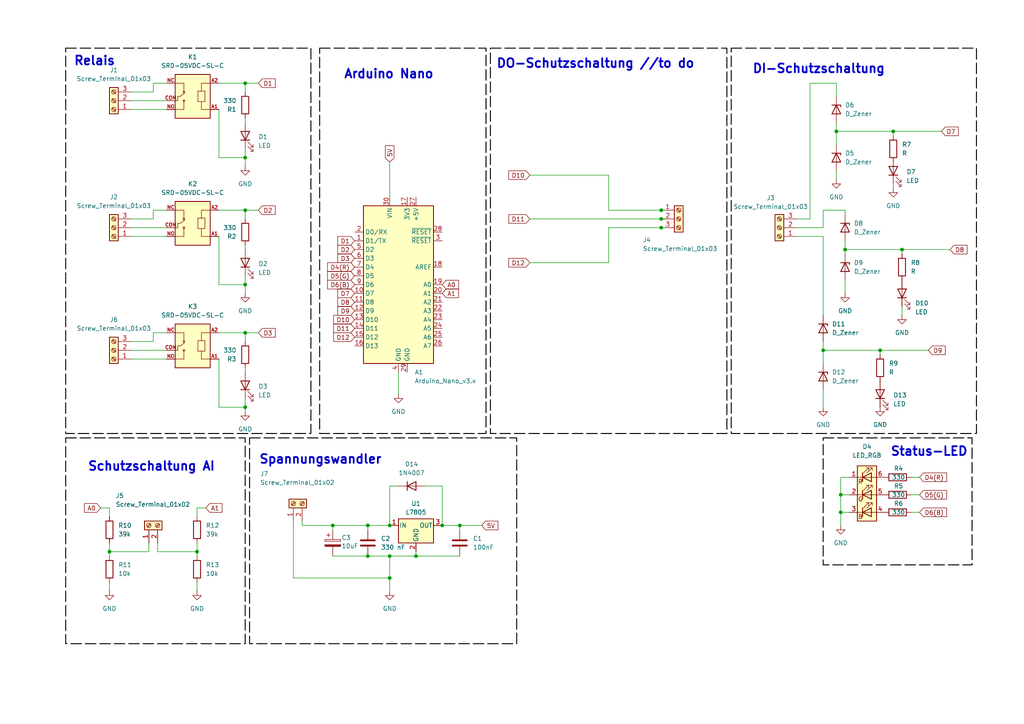
<source format=kicad_sch>
(kicad_sch (version 20250114) (generator "eeschema") (generator_version "9.0")
  (paper "A4")
  (lib_symbols
    (symbol "Connector:Screw_Terminal_01x02" (pin_names (offset 1.016) (hide yes))
      (property "Reference" "J" (at 0 2.54 0))
      (property "Value" "Screw_Terminal_01x02" (at 0 -5.08 0))
      (symbol "Screw_Terminal_01x02_1_1"
        (rectangle (start -1.27 1.27) (end 1.27 -3.81) (stroke (width 0.254)) (fill (type background)))
        (polyline (pts (xy -0.5334 0.3302) (xy 0.3302 -0.508)) (stroke (width 0.1524)))
        (polyline (pts (xy -0.5334 -2.2098) (xy 0.3302 -3.048)) (stroke (width 0.1524)))
        (polyline (pts (xy -0.3556 0.508) (xy 0.508 -0.3302)) (stroke (width 0.1524)))
        (polyline (pts (xy -0.3556 -2.032) (xy 0.508 -2.8702)) (stroke (width 0.1524)))
        (circle (center 0 0) (radius 0.635) (stroke (width 0.1524)))
        (circle (center 0 -2.54) (radius 0.635) (stroke (width 0.1524)))
        (pin passive line (at -5.08 0 0) (length 3.81) (name "Pin_1") (number "1"))
        (pin passive line (at -5.08 -2.54 0) (length 3.81) (name "Pin_2") (number "2"))
      )
    )
    (symbol "Connector:Screw_Terminal_01x03" (pin_names (offset 1.016) (hide yes))
      (property "Reference" "J" (at 0 5.08 0))
      (property "Value" "Screw_Terminal_01x03" (at 0 -5.08 0))
      (symbol "Screw_Terminal_01x03_1_1"
        (rectangle (start -1.27 3.81) (end 1.27 -3.81) (stroke (width 0.254)) (fill (type background)))
        (polyline (pts (xy -0.5334 2.8702) (xy 0.3302 2.032)) (stroke (width 0.1524)))
        (polyline (pts (xy -0.5334 0.3302) (xy 0.3302 -0.508)) (stroke (width 0.1524)))
        (polyline (pts (xy -0.5334 -2.2098) (xy 0.3302 -3.048)) (stroke (width 0.1524)))
        (polyline (pts (xy -0.3556 3.048) (xy 0.508 2.2098)) (stroke (width 0.1524)))
        (polyline (pts (xy -0.3556 0.508) (xy 0.508 -0.3302)) (stroke (width 0.1524)))
        (polyline (pts (xy -0.3556 -2.032) (xy 0.508 -2.8702)) (stroke (width 0.1524)))
        (circle (center 0 2.54) (radius 0.635) (stroke (width 0.1524)))
        (circle (center 0 0) (radius 0.635) (stroke (width 0.1524)))
        (circle (center 0 -2.54) (radius 0.635) (stroke (width 0.1524)))
        (pin passive line (at -5.08 2.54 0) (length 3.81) (name "Pin_1") (number "1"))
        (pin passive line (at -5.08 0 0) (length 3.81) (name "Pin_2") (number "2"))
        (pin passive line (at -5.08 -2.54 0) (length 3.81) (name "Pin_3") (number "3"))
      )
    )
    (symbol "Device:C" (pin_numbers (hide yes)) (pin_names (offset 0.254))
      (property "Reference" "C" (at 0.635 2.54 0))
      (property "Value" "C" (at 0.635 -2.54 0))
      (symbol "C_0_1"
        (polyline (pts (xy -2.032 0.762) (xy 2.032 0.762)) (stroke (width 0.508)))
        (polyline (pts (xy -2.032 -0.762) (xy 2.032 -0.762)) (stroke (width 0.508)))
      )
      (symbol "C_1_1"
        (pin passive line (at 0 3.81 270) (length 2.794) (name "~") (number "1"))
        (pin passive line (at 0 -3.81 90) (length 2.794) (name "~") (number "2"))
      )
    )
    (symbol "Device:C_Polarized" (pin_numbers (hide yes)) (pin_names (offset 0.254))
      (property "Reference" "C" (at 0.635 2.54 0))
      (property "Value" "C_Polarized" (at 0.635 -2.54 0))
      (symbol "C_Polarized_0_1"
        (rectangle (start -2.286 0.508) (end 2.286 1.016))
        (polyline (pts (xy -1.778 2.286) (xy -0.762 2.286)))
        (polyline (pts (xy -1.27 2.794) (xy -1.27 1.778)))
        (rectangle (start 2.286 -0.508) (end -2.286 -1.016) (fill (type outline)))
      )
      (symbol "C_Polarized_1_1"
        (pin passive line (at 0 3.81 270) (length 2.794) (name "~") (number "1"))
        (pin passive line (at 0 -3.81 90) (length 2.794) (name "~") (number "2"))
      )
    )
    (symbol "Device:D" (pin_numbers (hide yes)) (pin_names (offset 1.016) (hide yes))
      (property "Reference" "D" (at 0 2.54 0))
      (property "Value" "D" (at 0 -2.54 0))
      (symbol "D_0_1"
        (polyline (pts (xy -1.27 1.27) (xy -1.27 -1.27)) (stroke (width 0.254)))
        (polyline (pts (xy 1.27 1.27) (xy 1.27 -1.27) (xy -1.27 0) (xy 1.27 1.27)) (stroke (width 0.254)))
        (polyline (pts (xy 1.27 0) (xy -1.27 0)))
      )
      (symbol "D_1_1"
        (pin passive line (at -3.81 0 0) (length 2.54) (name "K") (number "1"))
        (pin passive line (at 3.81 0 180) (length 2.54) (name "A") (number "2"))
      )
    )
    (symbol "Device:D_Zener" (pin_numbers (hide yes)) (pin_names (offset 1.016) (hide yes))
      (property "Reference" "D" (at 0 2.54 0))
      (property "Value" "D_Zener" (at 0 -2.54 0))
      (symbol "D_Zener_0_1"
        (polyline (pts (xy -1.27 -1.27) (xy -1.27 1.27) (xy -0.762 1.27)) (stroke (width 0.254)))
        (polyline (pts (xy 1.27 0) (xy -1.27 0)))
        (polyline (pts (xy 1.27 -1.27) (xy 1.27 1.27) (xy -1.27 0) (xy 1.27 -1.27)) (stroke (width 0.254)))
      )
      (symbol "D_Zener_1_1"
        (pin passive line (at -3.81 0 0) (length 2.54) (name "K") (number "1"))
        (pin passive line (at 3.81 0 180) (length 2.54) (name "A") (number "2"))
      )
    )
    (symbol "Device:LED" (pin_numbers (hide yes)) (pin_names (offset 1.016) (hide yes))
      (property "Reference" "D" (at 0 2.54 0))
      (property "Value" "LED" (at 0 -2.54 0))
      (symbol "LED_0_1"
        (polyline (pts (xy -3.048 -0.762) (xy -4.572 -2.286) (xy -3.81 -2.286) (xy -4.572 -2.286) (xy -4.572 -1.524)))
        (polyline (pts (xy -1.778 -0.762) (xy -3.302 -2.286) (xy -2.54 -2.286) (xy -3.302 -2.286) (xy -3.302 -1.524)))
        (polyline (pts (xy -1.27 0) (xy 1.27 0)))
        (polyline (pts (xy -1.27 -1.27) (xy -1.27 1.27)) (stroke (width 0.254)))
        (polyline (pts (xy 1.27 -1.27) (xy 1.27 1.27) (xy -1.27 0) (xy 1.27 -1.27)) (stroke (width 0.254)))
      )
      (symbol "LED_1_1"
        (pin passive line (at -3.81 0 0) (length 2.54) (name "K") (number "1"))
        (pin passive line (at 3.81 0 180) (length 2.54) (name "A") (number "2"))
      )
    )
    (symbol "Device:LED_RGB" (pin_names (offset 0) (hide yes))
      (property "Reference" "D" (at 0 9.398 0))
      (property "Value" "LED_RGB" (at 0 -8.89 0))
      (symbol "LED_RGB_0_0"
        (text "R" (at -1.905 3.81 0) (effects (font (size 1.27 1.27))))
        (text "G" (at -1.905 -1.27 0) (effects (font (size 1.27 1.27))))
        (text "B" (at -1.905 -6.35 0) (effects (font (size 1.27 1.27))))
      )
      (symbol "LED_RGB_0_1"
        (polyline (pts (xy -1.27 6.35) (xy -1.27 3.81)) (stroke (width 0.254)))
        (polyline (pts (xy -1.27 6.35) (xy -1.27 3.81) (xy -1.27 3.81)))
        (polyline (pts (xy -1.27 5.08) (xy -2.54 5.08)))
        (polyline (pts (xy -1.27 5.08) (xy 1.27 5.08)))
        (polyline (pts (xy -1.27 1.27) (xy -1.27 -1.27)) (stroke (width 0.254)))
        (polyline (pts (xy -1.27 1.27) (xy -1.27 -1.27) (xy -1.27 -1.27)))
        (polyline (pts (xy -1.27 0) (xy -2.54 0)))
        (polyline (pts (xy -1.27 -3.81) (xy -1.27 -6.35)) (stroke (width 0.254)))
        (polyline (pts (xy -1.27 -5.08) (xy -2.54 -5.08)))
        (polyline (pts (xy -1.27 -5.08) (xy 1.27 -5.08)))
        (polyline (pts (xy -1.016 6.35) (xy 0.508 7.874) (xy -0.254 7.874) (xy 0.508 7.874) (xy 0.508 7.112)))
        (polyline (pts (xy -1.016 1.27) (xy 0.508 2.794) (xy -0.254 2.794) (xy 0.508 2.794) (xy 0.508 2.032)))
        (polyline (pts (xy -1.016 -3.81) (xy 0.508 -2.286) (xy -0.254 -2.286) (xy 0.508 -2.286) (xy 0.508 -3.048)))
        (polyline (pts (xy 0 6.35) (xy 1.524 7.874) (xy 0.762 7.874) (xy 1.524 7.874) (xy 1.524 7.112)))
        (polyline (pts (xy 0 1.27) (xy 1.524 2.794) (xy 0.762 2.794) (xy 1.524 2.794) (xy 1.524 2.032)))
        (polyline (pts (xy 0 -3.81) (xy 1.524 -2.286) (xy 0.762 -2.286) (xy 1.524 -2.286) (xy 1.524 -3.048)))
        (polyline (pts (xy 1.27 6.35) (xy 1.27 3.81) (xy -1.27 5.08) (xy 1.27 6.35)) (stroke (width 0.254)))
        (rectangle (start 1.27 6.35) (end 1.27 6.35))
        (polyline (pts (xy 1.27 5.08) (xy 2.54 5.08)))
        (rectangle (start 1.27 3.81) (end 1.27 6.35))
        (polyline (pts (xy 1.27 1.27) (xy 1.27 -1.27) (xy -1.27 0) (xy 1.27 1.27)) (stroke (width 0.254)))
        (rectangle (start 1.27 1.27) (end 1.27 1.27))
        (polyline (pts (xy 1.27 0) (xy -1.27 0)))
        (polyline (pts (xy 1.27 0) (xy 2.54 0)))
        (rectangle (start 1.27 -1.27) (end 1.27 1.27))
        (polyline (pts (xy 1.27 -3.81) (xy 1.27 -6.35) (xy -1.27 -5.08) (xy 1.27 -3.81)) (stroke (width 0.254)))
        (polyline (pts (xy 1.27 -5.08) (xy 2.54 -5.08)))
        (rectangle (start 2.794 8.382) (end -2.794 -7.62) (stroke (width 0.254)) (fill (type background)))
      )
      (symbol "LED_RGB_1_1"
        (pin passive line (at -5.08 5.08 0) (length 2.54) (name "RK") (number "1"))
        (pin passive line (at -5.08 0 0) (length 2.54) (name "GK") (number "2"))
        (pin passive line (at -5.08 -5.08 0) (length 2.54) (name "BK") (number "3"))
        (pin passive line (at 5.08 5.08 180) (length 2.54) (name "RA") (number "6"))
        (pin passive line (at 5.08 0 180) (length 2.54) (name "GA") (number "5"))
        (pin passive line (at 5.08 -5.08 180) (length 2.54) (name "BA") (number "4"))
      )
    )
    (symbol "Device:R" (pin_numbers (hide yes)) (pin_names (offset 0))
      (property "Reference" "R" (at 2.032 0 90))
      (property "Value" "R" (at 0 0 90))
      (symbol "R_0_1"
        (rectangle (start -1.016 -2.54) (end 1.016 2.54) (stroke (width 0.254)))
      )
      (symbol "R_1_1"
        (pin passive line (at 0 3.81 270) (length 1.27) (name "~") (number "1"))
        (pin passive line (at 0 -3.81 90) (length 1.27) (name "~") (number "2"))
      )
    )
    (symbol "MCU_Module:Arduino_Nano_v3.x"
      (property "Reference" "A" (at -10.16 23.495 0))
      (property "Value" "Arduino_Nano_v3.x" (at 5.08 -24.13 0))
      (symbol "Arduino_Nano_v3.x_0_1"
        (rectangle (start -10.16 22.86) (end 10.16 -22.86) (stroke (width 0.254)) (fill (type background)))
      )
      (symbol "Arduino_Nano_v3.x_1_1"
        (pin bidirectional line (at -12.7 15.24 0) (length 2.54) (name "D0/RX") (number "2"))
        (pin bidirectional line (at -12.7 12.7 0) (length 2.54) (name "D1/TX") (number "1"))
        (pin bidirectional line (at -12.7 10.16 0) (length 2.54) (name "D2") (number "5"))
        (pin bidirectional line (at -12.7 7.62 0) (length 2.54) (name "D3") (number "6"))
        (pin bidirectional line (at -12.7 5.08 0) (length 2.54) (name "D4") (number "7"))
        (pin bidirectional line (at -12.7 2.54 0) (length 2.54) (name "D5") (number "8"))
        (pin bidirectional line (at -12.7 0 0) (length 2.54) (name "D6") (number "9"))
        (pin bidirectional line (at -12.7 -2.54 0) (length 2.54) (name "D7") (number "10"))
        (pin bidirectional line (at -12.7 -5.08 0) (length 2.54) (name "D8") (number "11"))
        (pin bidirectional line (at -12.7 -7.62 0) (length 2.54) (name "D9") (number "12"))
        (pin bidirectional line (at -12.7 -10.16 0) (length 2.54) (name "D10") (number "13"))
        (pin bidirectional line (at -12.7 -12.7 0) (length 2.54) (name "D11") (number "14"))
        (pin bidirectional line (at -12.7 -15.24 0) (length 2.54) (name "D12") (number "15"))
        (pin bidirectional line (at -12.7 -17.78 0) (length 2.54) (name "D13") (number "16"))
        (pin power_in line (at -2.54 25.4 270) (length 2.54) (name "VIN") (number "30"))
        (pin power_in line (at 0 -25.4 90) (length 2.54) (name "GND") (number "4"))
        (pin power_out line (at 2.54 25.4 270) (length 2.54) (name "3V3") (number "17"))
        (pin power_in line (at 2.54 -25.4 90) (length 2.54) (name "GND") (number "29"))
        (pin power_out line (at 5.08 25.4 270) (length 2.54) (name "+5V") (number "27"))
        (pin input line (at 12.7 15.24 180) (length 2.54) (name "~{RESET}") (number "28"))
        (pin input line (at 12.7 12.7 180) (length 2.54) (name "~{RESET}") (number "3"))
        (pin input line (at 12.7 5.08 180) (length 2.54) (name "AREF") (number "18"))
        (pin bidirectional line (at 12.7 0 180) (length 2.54) (name "A0") (number "19"))
        (pin bidirectional line (at 12.7 -2.54 180) (length 2.54) (name "A1") (number "20"))
        (pin bidirectional line (at 12.7 -5.08 180) (length 2.54) (name "A2") (number "21"))
        (pin bidirectional line (at 12.7 -7.62 180) (length 2.54) (name "A3") (number "22"))
        (pin bidirectional line (at 12.7 -10.16 180) (length 2.54) (name "A4") (number "23"))
        (pin bidirectional line (at 12.7 -12.7 180) (length 2.54) (name "A5") (number "24"))
        (pin bidirectional line (at 12.7 -15.24 180) (length 2.54) (name "A6") (number "25"))
        (pin bidirectional line (at 12.7 -17.78 180) (length 2.54) (name "A7") (number "26"))
      )
    )
    (symbol "Regulator_Linear:L7805" (pin_names (offset 0.254))
      (property "Reference" "U" (at -3.81 3.175 0))
      (property "Value" "L7805" (at 0 3.175 0))
      (symbol "L7805_0_1"
        (rectangle (start -5.08 1.905) (end 5.08 -5.08) (stroke (width 0.254)) (fill (type background)))
      )
      (symbol "L7805_1_1"
        (pin power_in line (at -7.62 0 0) (length 2.54) (name "IN") (number "1"))
        (pin power_in line (at 0 -7.62 90) (length 2.54) (name "GND") (number "2"))
        (pin power_out line (at 7.62 0 180) (length 2.54) (name "OUT") (number "3"))
      )
    )
    (symbol "custom:SRD-05VDC-SL-C" (pin_names (offset 1.016))
      (property "Reference" "K" (at -5.0809 5.843 0))
      (property "Value" "SRD-05VDC-SL-C" (at -5.0832 -10.1664 0))
      (symbol "SRD-05VDC-SL-C_0_0"
        (polyline (pts (xy -5.08 2.54) (xy -2.54 2.54)) (stroke (width 0.1524)))
        (rectangle (start -5.08 -7.62) (end 5.08 5.08) (stroke (width 0.254)) (fill (type background)))
        (polyline (pts (xy -3.556 0.254) (xy -3.556 -2.794)) (stroke (width 0.1524)))
        (polyline (pts (xy -3.556 -2.794) (xy -2.54 -2.794)) (stroke (width 0.1524)))
        (polyline (pts (xy -2.54 2.54) (xy -2.54 0.254)) (stroke (width 0.1524)))
        (polyline (pts (xy -2.54 0.254) (xy -3.556 0.254)) (stroke (width 0.1524)))
        (polyline (pts (xy -2.54 -2.794) (xy -2.54 -5.08)) (stroke (width 0.1524)))
        (polyline (pts (xy -2.54 -2.794) (xy -1.524 -2.794)) (stroke (width 0.1524)))
        (polyline (pts (xy -2.54 -5.08) (xy -5.08 -5.08)) (stroke (width 0.1524)))
        (polyline (pts (xy -1.524 0.254) (xy -2.54 0.254)) (stroke (width 0.1524)))
        (polyline (pts (xy -1.524 -2.794) (xy -1.524 0.254)) (stroke (width 0.1524)))
        (polyline (pts (xy 2.54 2.54) (xy 2.54 0)) (stroke (width 0.1524)))
        (circle (center 2.54 0) (radius 0.254) (stroke (width 0.1524)))
        (polyline (pts (xy 2.54 -2.54) (xy 2.54 -5.08)) (stroke (width 0.1524)))
        (circle (center 2.54 -2.54) (radius 0.254) (stroke (width 0.1524)))
        (polyline (pts (xy 2.54 -5.08) (xy 5.08 -5.08)) (stroke (width 0.1524)))
        (polyline (pts (xy 3.556 -1.27) (xy 2.286 -2.286)) (stroke (width 0.1524)))
        (polyline (pts (xy 3.556 -1.27) (xy 4.318 -1.27)) (stroke (width 0.1524)))
        (polyline (pts (xy 4.318 0) (xy 5.08 0)) (stroke (width 0.1524)))
        (polyline (pts (xy 4.318 -1.27) (xy 4.318 0)) (stroke (width 0.1524)))
        (polyline (pts (xy 5.08 2.54) (xy 2.54 2.54)) (stroke (width 0.1524)))
        (pin passive line (at -7.62 2.54 0) (length 2.54) (name "~") (number "A1"))
        (pin passive line (at -7.62 -5.08 0) (length 2.54) (name "~") (number "A2"))
        (pin passive line (at 7.62 2.54 180) (length 2.54) (name "~") (number "NO"))
        (pin passive line (at 7.62 0 180) (length 2.54) (name "~") (number "COM"))
        (pin passive line (at 7.62 -5.08 180) (length 2.54) (name "~") (number "NC"))
      )
    )
    (symbol "power:GND" (power) (pin_numbers (hide yes)) (pin_names (offset 0) (hide yes))
      (property "Value" "GND" (at 0 -3.81 0))
      (symbol "GND_0_1"
        (polyline (pts (xy 0 0) (xy 0 -1.27) (xy 1.27 -1.27) (xy 0 -2.54) (xy -1.27 -1.27) (xy 0 -1.27)))
      )
      (symbol "GND_1_1"
        (pin power_in line (at 0 0 270) (length 0) (name "~") (number "1"))
      )
    )
  )
  (rectangle (start 238.76 127) (end 281.94 163.83) (stroke (width 0.2794) (type dash) (color 0 0 0 1)))
  (rectangle (start 212.09 13.97) (end 283.21 125.73) (stroke (width 0.2794) (type dash) (color 0 0 0 1)))
  (rectangle (start 92.71 13.97) (end 140.97 125.73) (stroke (width 0.2794) (type dash) (color 0 0 0 1)))
  (rectangle (start 72.39 127) (end 149.86 186.69) (stroke (width 0.2794) (type dash) (color 0 0 0 1)))
  (rectangle (start 19.05 13.97) (end 90.17 125.73) (stroke (width 0.2794) (type dash) (color 0 0 0 1)))
  (rectangle (start 142.24 13.97) (end 210.82 125.73) (stroke (width 0.2794) (type dash) (color 0 0 0 1)))
  (rectangle (start 19.05 127) (end 71.12 186.69) (stroke (width 0.2794) (type dash) (color 0 0 0 1)))
  (text "Spannungswandler" (at 92.964 133.35 0) (effects (font (size 2.54 2.54) (thickness 0.508) (bold yes))))
  (text "Arduino Nano\n" (at 112.776 21.59 0) (effects (font (size 2.54 2.54) (thickness 0.508) (bold yes))))
  (text "DO-Schutzschaltung //to do\n\n" (at 172.72 20.574 0) (effects (font (size 2.54 2.54) (thickness 0.508) (bold yes))))
  (text "Schutzschaltung AI" (at 43.942 135.382 0) (effects (font (size 2.54 2.54) (thickness 0.508) (bold yes))))
  (text "DI-Schutzschaltung\n" (at 237.49 20.066 0) (effects (font (size 2.54 2.54) (thickness 0.508) (bold yes))))
  (text "Status-LED" (at 269.494 131.064 0) (effects (font (size 2.54 2.54) (thickness 0.508) (bold yes))))
  (text "Relais\n" (at 27.432 17.78 0) (effects (font (size 2.54 2.54) (thickness 0.508) (bold yes))))
  (junction (at 255.27 101.6))
  (junction (at 238.76 101.6))
  (junction (at 31.75 160.02))
  (junction (at 71.12 82.55))
  (junction (at 191.77 63.5))
  (junction (at 106.68 152.4))
  (junction (at 113.03 167.64))
  (junction (at 71.12 60.96))
  (junction (at 106.68 161.29))
  (junction (at 261.62 72.39))
  (junction (at 120.65 161.29))
  (junction (at 71.12 45.72))
  (junction (at 259.08 38.1))
  (junction (at 71.12 24.13))
  (junction (at 113.03 161.29))
  (junction (at 113.03 152.4))
  (junction (at 71.12 118.11))
  (junction (at 243.84 143.51))
  (junction (at 191.77 60.96))
  (junction (at 71.12 96.52))
  (junction (at 245.11 72.39))
  (junction (at 128.27 152.4))
  (junction (at 191.77 66.04))
  (junction (at 96.52 152.4))
  (junction (at 133.35 152.4))
  (junction (at 242.57 38.1))
  (junction (at 57.15 160.02))
  (junction (at 243.84 148.59))
  (wire (pts (xy 245.11 81.28) (xy 245.11 85.09)))
  (wire (pts (xy 38.1 99.06) (xy 44.45 99.06)))
  (wire (pts (xy 242.57 24.13) (xy 242.57 27.94)))
  (wire (pts (xy 261.62 91.44) (xy 261.62 88.9)))
  (wire (pts (xy 191.77 66.04) (xy 176.53 66.04)))
  (wire (pts (xy 238.76 101.6) (xy 238.76 105.41)))
  (wire (pts (xy 31.75 157.48) (xy 31.75 160.02)))
  (wire (pts (xy 87.63 151.13) (xy 87.63 152.4)))
  (wire (pts (xy 57.15 160.02) (xy 57.15 161.29)))
  (wire (pts (xy 273.05 38.1) (xy 259.08 38.1)))
  (wire (pts (xy 85.09 151.13) (xy 85.09 167.64)))
  (wire (pts (xy 48.26 96.52) (xy 44.45 96.52)))
  (wire (pts (xy 48.26 24.13) (xy 44.45 24.13)))
  (wire (pts (xy 63.5 68.58) (xy 63.5 82.55)))
  (wire (pts (xy 128.27 152.4) (xy 128.27 140.97)))
  (wire (pts (xy 106.68 152.4) (xy 113.03 152.4)))
  (wire (pts (xy 113.03 161.29) (xy 120.65 161.29)))
  (wire (pts (xy 31.75 168.91) (xy 31.75 171.45)))
  (wire (pts (xy 29.21 147.32) (xy 31.75 147.32)))
  (wire (pts (xy 71.12 96.52) (xy 71.12 99.06)))
  (wire (pts (xy 48.26 60.96) (xy 44.45 60.96)))
  (wire (pts (xy 176.53 66.04) (xy 176.53 76.2)))
  (wire (pts (xy 57.15 157.48) (xy 57.15 160.02)))
  (wire (pts (xy 38.1 26.67) (xy 44.45 26.67)))
  (wire (pts (xy 63.5 60.96) (xy 71.12 60.96)))
  (wire (pts (xy 44.45 60.96) (xy 44.45 63.5)))
  (wire (pts (xy 44.45 24.13) (xy 44.45 26.67)))
  (wire (pts (xy 59.69 147.32) (xy 57.15 147.32)))
  (wire (pts (xy 44.45 96.52) (xy 44.45 99.06)))
  (wire (pts (xy 234.95 24.13) (xy 242.57 24.13)))
  (wire (pts (xy 259.08 38.1) (xy 259.08 39.37)))
  (wire (pts (xy 38.1 101.6) (xy 48.26 101.6)))
  (wire (pts (xy 242.57 49.53) (xy 242.57 52.07)))
  (wire (pts (xy 245.11 60.96) (xy 245.11 62.23)))
  (wire (pts (xy 243.84 143.51) (xy 243.84 148.59)))
  (wire (pts (xy 63.5 104.14) (xy 63.5 118.11)))
  (wire (pts (xy 238.76 113.03) (xy 238.76 118.11)))
  (wire (pts (xy 245.11 72.39) (xy 245.11 73.66)))
  (wire (pts (xy 113.03 167.64) (xy 113.03 171.45)))
  (wire (pts (xy 243.84 148.59) (xy 243.84 152.4)))
  (wire (pts (xy 43.18 157.48) (xy 43.18 160.02)))
  (wire (pts (xy 71.12 45.72) (xy 71.12 48.26)))
  (wire (pts (xy 71.12 60.96) (xy 74.93 60.96)))
  (wire (pts (xy 191.77 63.5) (xy 193.04 63.5)))
  (wire (pts (xy 259.08 38.1) (xy 242.57 38.1)))
  (wire (pts (xy 106.68 161.29) (xy 113.03 161.29)))
  (wire (pts (xy 238.76 68.58) (xy 238.76 91.44)))
  (wire (pts (xy 120.65 160.02) (xy 120.65 161.29)))
  (wire (pts (xy 71.12 80.01) (xy 71.12 82.55)))
  (wire (pts (xy 31.75 147.32) (xy 31.75 149.86)))
  (wire (pts (xy 246.38 143.51) (xy 243.84 143.51)))
  (wire (pts (xy 133.35 152.4) (xy 128.27 152.4)))
  (wire (pts (xy 87.63 152.4) (xy 96.52 152.4)))
  (wire (pts (xy 38.1 104.14) (xy 48.26 104.14)))
  (wire (pts (xy 259.08 53.34) (xy 259.08 54.61)))
  (wire (pts (xy 242.57 38.1) (xy 242.57 41.91)))
  (wire (pts (xy 45.72 157.48) (xy 45.72 160.02)))
  (wire (pts (xy 106.68 153.67) (xy 106.68 152.4)))
  (wire (pts (xy 113.03 46.99) (xy 113.03 57.15)))
  (wire (pts (xy 193.04 66.04) (xy 191.77 66.04)))
  (wire (pts (xy 38.1 66.04) (xy 48.26 66.04)))
  (wire (pts (xy 231.14 63.5) (xy 234.95 63.5)))
  (wire (pts (xy 96.52 161.29) (xy 106.68 161.29)))
  (wire (pts (xy 71.12 60.96) (xy 71.12 63.5)))
  (wire (pts (xy 63.5 96.52) (xy 71.12 96.52)))
  (wire (pts (xy 71.12 24.13) (xy 71.12 26.67)))
  (wire (pts (xy 85.09 167.64) (xy 113.03 167.64)))
  (wire (pts (xy 38.1 63.5) (xy 44.45 63.5)))
  (wire (pts (xy 238.76 60.96) (xy 245.11 60.96)))
  (wire (pts (xy 259.08 45.72) (xy 259.08 46.99)))
  (wire (pts (xy 261.62 72.39) (xy 261.62 73.66)))
  (wire (pts (xy 31.75 160.02) (xy 31.75 161.29)))
  (wire (pts (xy 269.24 101.6) (xy 255.27 101.6)))
  (wire (pts (xy 266.7 138.43) (xy 264.16 138.43)))
  (wire (pts (xy 231.14 66.04) (xy 238.76 66.04)))
  (wire (pts (xy 266.7 143.51) (xy 264.16 143.51)))
  (wire (pts (xy 71.12 71.12) (xy 71.12 72.39)))
  (wire (pts (xy 38.1 29.21) (xy 48.26 29.21)))
  (wire (pts (xy 261.62 72.39) (xy 275.59 72.39)))
  (wire (pts (xy 238.76 101.6) (xy 238.76 99.06)))
  (wire (pts (xy 255.27 101.6) (xy 238.76 101.6)))
  (wire (pts (xy 63.5 118.11) (xy 71.12 118.11)))
  (wire (pts (xy 57.15 168.91) (xy 57.15 171.45)))
  (wire (pts (xy 71.12 118.11) (xy 71.12 119.38)))
  (wire (pts (xy 71.12 82.55) (xy 71.12 85.09)))
  (wire (pts (xy 176.53 50.8) (xy 176.53 60.96)))
  (wire (pts (xy 246.38 138.43) (xy 243.84 138.43)))
  (wire (pts (xy 234.95 63.5) (xy 234.95 24.13)))
  (wire (pts (xy 71.12 34.29) (xy 71.12 35.56)))
  (wire (pts (xy 115.57 140.97) (xy 113.03 140.97)))
  (wire (pts (xy 245.11 72.39) (xy 245.11 69.85)))
  (wire (pts (xy 63.5 24.13) (xy 71.12 24.13)))
  (wire (pts (xy 242.57 38.1) (xy 242.57 35.56)))
  (wire (pts (xy 63.5 82.55) (xy 71.12 82.55)))
  (wire (pts (xy 238.76 66.04) (xy 238.76 60.96)))
  (wire (pts (xy 43.18 160.02) (xy 31.75 160.02)))
  (wire (pts (xy 176.53 76.2) (xy 153.67 76.2)))
  (wire (pts (xy 246.38 148.59) (xy 243.84 148.59)))
  (wire (pts (xy 255.27 101.6) (xy 255.27 102.87)))
  (wire (pts (xy 176.53 60.96) (xy 191.77 60.96)))
  (wire (pts (xy 96.52 153.67) (xy 96.52 152.4)))
  (wire (pts (xy 231.14 68.58) (xy 238.76 68.58)))
  (wire (pts (xy 115.57 107.95) (xy 115.57 114.3)))
  (wire (pts (xy 243.84 138.43) (xy 243.84 143.51)))
  (wire (pts (xy 71.12 115.57) (xy 71.12 118.11)))
  (wire (pts (xy 128.27 140.97) (xy 123.19 140.97)))
  (wire (pts (xy 133.35 153.67) (xy 133.35 152.4)))
  (wire (pts (xy 45.72 160.02) (xy 57.15 160.02)))
  (wire (pts (xy 120.65 161.29) (xy 133.35 161.29)))
  (wire (pts (xy 245.11 72.39) (xy 261.62 72.39)))
  (wire (pts (xy 57.15 147.32) (xy 57.15 149.86)))
  (wire (pts (xy 113.03 161.29) (xy 113.03 167.64)))
  (wire (pts (xy 264.16 148.59) (xy 266.7 148.59)))
  (wire (pts (xy 38.1 31.75) (xy 48.26 31.75)))
  (wire (pts (xy 113.03 140.97) (xy 113.03 152.4)))
  (wire (pts (xy 96.52 152.4) (xy 106.68 152.4)))
  (wire (pts (xy 38.1 68.58) (xy 48.26 68.58)))
  (wire (pts (xy 71.12 96.52) (xy 74.93 96.52)))
  (wire (pts (xy 63.5 45.72) (xy 71.12 45.72)))
  (wire (pts (xy 153.67 50.8) (xy 176.53 50.8)))
  (wire (pts (xy 71.12 43.18) (xy 71.12 45.72)))
  (wire (pts (xy 63.5 31.75) (xy 63.5 45.72)))
  (wire (pts (xy 153.67 63.5) (xy 191.77 63.5)))
  (wire (pts (xy 133.35 152.4) (xy 139.7 152.4)))
  (wire (pts (xy 71.12 106.68) (xy 71.12 107.95)))
  (wire (pts (xy 191.77 60.96) (xy 193.04 60.96)))
  (wire (pts (xy 71.12 24.13) (xy 74.93 24.13)))
  (global_label "D5(G)" (shape input) (at 102.87 80.01 180) (property "Intersheetrefs" "${INTERSHEET_REFS}" (effects (hide yes))))
  (global_label "D3" (shape input) (at 74.93 96.52 0) (property "Intersheetrefs" "${INTERSHEET_REFS}" (effects (hide yes))))
  (global_label "D7" (shape input) (at 102.87 85.09 180) (property "Intersheetrefs" "${INTERSHEET_REFS}" (effects (hide yes))))
  (global_label "D8" (shape input) (at 275.59 72.39 0) (property "Intersheetrefs" "${INTERSHEET_REFS}" (effects (hide yes))))
  (global_label "D7" (shape input) (at 273.05 38.1 0) (property "Intersheetrefs" "${INTERSHEET_REFS}" (effects (hide yes))))
  (global_label "D4(R)" (shape input) (at 266.7 138.43 0) (property "Intersheetrefs" "${INTERSHEET_REFS}" (effects (hide yes))))
  (global_label "D11" (shape input) (at 153.67 63.5 180) (property "Intersheetrefs" "${INTERSHEET_REFS}" (effects (hide yes))))
  (global_label "D8" (shape input) (at 102.87 87.63 180) (property "Intersheetrefs" "${INTERSHEET_REFS}" (effects (hide yes))))
  (global_label "D11" (shape input) (at 102.87 95.25 180) (property "Intersheetrefs" "${INTERSHEET_REFS}" (effects (hide yes))))
  (global_label "A1" (shape input) (at 59.69 147.32 0) (property "Intersheetrefs" "${INTERSHEET_REFS}" (effects (hide yes))))
  (global_label "D10" (shape input) (at 153.67 50.8 180) (property "Intersheetrefs" "${INTERSHEET_REFS}" (effects (hide yes))))
  (global_label "5V" (shape input) (at 139.7 152.4 0) (property "Intersheetrefs" "${INTERSHEET_REFS}" (effects (hide yes))))
  (global_label "D5(G)" (shape input) (at 266.7 143.51 0) (property "Intersheetrefs" "${INTERSHEET_REFS}" (effects (hide yes))))
  (global_label "D1" (shape input) (at 74.93 24.13 0) (property "Intersheetrefs" "${INTERSHEET_REFS}" (effects (hide yes))))
  (global_label "A1" (shape input) (at 128.27 85.09 0) (property "Intersheetrefs" "${INTERSHEET_REFS}" (effects (hide yes))))
  (global_label "D2" (shape input) (at 102.87 72.39 180) (property "Intersheetrefs" "${INTERSHEET_REFS}" (effects (hide yes))))
  (global_label "D10" (shape input) (at 102.87 92.71 180) (property "Intersheetrefs" "${INTERSHEET_REFS}" (effects (hide yes))))
  (global_label "D6(B)" (shape input) (at 102.87 82.55 180) (property "Intersheetrefs" "${INTERSHEET_REFS}" (effects (hide yes))))
  (global_label "D1" (shape input) (at 102.87 69.85 180) (property "Intersheetrefs" "${INTERSHEET_REFS}" (effects (hide yes))))
  (global_label "D2" (shape input) (at 74.93 60.96 0) (property "Intersheetrefs" "${INTERSHEET_REFS}" (effects (hide yes))))
  (global_label "A0" (shape input) (at 128.27 82.55 0) (property "Intersheetrefs" "${INTERSHEET_REFS}" (effects (hide yes))))
  (global_label "A0" (shape input) (at 29.21 147.32 180) (property "Intersheetrefs" "${INTERSHEET_REFS}" (effects (hide yes))))
  (global_label "5V" (shape input) (at 113.03 46.99 90) (property "Intersheetrefs" "${INTERSHEET_REFS}" (effects (hide yes))))
  (global_label "D9" (shape input) (at 269.24 101.6 0) (property "Intersheetrefs" "${INTERSHEET_REFS}" (effects (hide yes))))
  (global_label "D12" (shape input) (at 102.87 97.79 180) (property "Intersheetrefs" "${INTERSHEET_REFS}" (effects (hide yes))))
  (global_label "D3" (shape input) (at 102.87 74.93 180) (property "Intersheetrefs" "${INTERSHEET_REFS}" (effects (hide yes))))
  (global_label "D4(R)" (shape input) (at 102.87 77.47 180) (property "Intersheetrefs" "${INTERSHEET_REFS}" (effects (hide yes))))
  (global_label "D6(B)" (shape input) (at 266.7 148.59 0) (property "Intersheetrefs" "${INTERSHEET_REFS}" (effects (hide yes))))
  (global_label "D9" (shape input) (at 102.87 90.17 180) (property "Intersheetrefs" "${INTERSHEET_REFS}" (effects (hide yes))))
  (global_label "D12" (shape input) (at 153.67 76.2 180) (property "Intersheetrefs" "${INTERSHEET_REFS}" (effects (hide yes))))
  (symbol (lib_id "Device:LED_RGB") (at 251.46 143.51 0) (unit 1)
    (property "Reference" "D4" (at 251.46 129.54 0))
    (property "Value" "LED_RGB" (at 251.46 132.08 0))
    (property "Footprint" "LED_THT:LED_D5.0mm-4_RGB_Wide_Pins" (effects (hide yes)))
    (property "Description" "RGB LED, 6 pin package" (effects (hide yes)))
  )
  (symbol (lib_id "Device:R") (at 31.75 165.1 0) (unit 1)
    (property "Reference" "R11" (at 34.29 163.8299 0) (effects (justify left)))
    (property "Value" "10k" (at 34.29 166.3699 0) (effects (justify left)))
    (property "Footprint" "Resistor_THT:R_Axial_DIN0207_L6.3mm_D2.5mm_P10.16mm_Horizontal" (effects (hide yes)))
    (property "Description" "Resistor" (effects (hide yes)))
  )
  (symbol (lib_id "power:GND") (at 71.12 85.09 0) (unit 1)
    (property "Reference" "#PWR02" (effects (hide yes)))
    (property "Value" "GND" (at 71.12 90.17 0))
    (property "Description" "Power symbol creates a global label with name \"GND\" , ground" (effects (hide yes)))
  )
  (symbol (lib_id "Regulator_Linear:L7805") (at 120.65 152.4 0) (unit 1)
    (property "Reference" "U1" (at 120.65 146.05 0))
    (property "Value" "L7805" (at 120.65 148.59 0))
    (property "Footprint" "Package_TO_SOT_THT:TO-220-3_Vertical" (effects (hide yes)))
    (property "Datasheet" "http://www.st.com/content/ccc/resource/technical/document/datasheet/41/4f/b3/b0/12/d4/47/88/CD00000444.pdf/files/CD00000444.pdf/jcr:content/translations/en.CD00000444.pdf" (effects (hide yes)))
    (property "Description" "Positive 1.5A 35V Linear Regulator, Fixed Output 5V, TO-220/TO-263/TO-252" (effects (hide yes)))
  )
  (symbol (lib_id "Connector:Screw_Terminal_01x02") (at 43.18 152.4 90) (unit 1)
    (property "Reference" "J5" (at 33.528 143.764 90) (effects (justify right)))
    (property "Value" "Screw_Terminal_01x02" (at 33.528 146.304 90) (effects (justify right)))
    (property "Footprint" "TerminalBlock:TerminalBlock_bornier-2_P5.08mm" (effects (hide yes)))
    (property "Description" "Generic screw terminal, single row, 01x02, script generated (kicad-library-utils/schlib/autogen/connector/)" (effects (hide yes)))
  )
  (symbol (lib_id "power:GND") (at 238.76 118.11 0) (unit 1)
    (property "Reference" "#PWR011" (effects (hide yes)))
    (property "Value" "GND" (at 238.76 123.19 0))
    (property "Description" "Power symbol creates a global label with name \"GND\" , ground" (effects (hide yes)))
  )
  (symbol (lib_id "Device:R") (at 260.35 138.43 270) (unit 1)
    (property "Reference" "R4" (at 260.604 135.89 90))
    (property "Value" "330" (at 260.604 138.43 90))
    (property "Footprint" "Resistor_THT:R_Axial_DIN0207_L6.3mm_D2.5mm_P10.16mm_Horizontal" (effects (hide yes)))
    (property "Description" "Resistor" (effects (hide yes)))
  )
  (symbol (lib_id "Device:D_Zener") (at 238.76 109.22 270) (unit 1)
    (property "Reference" "D12" (at 241.3 107.9499 90) (effects (justify left)))
    (property "Value" "D_Zener" (at 241.3 110.4899 90) (effects (justify left)))
    (property "Footprint" "Diode_THT:D_DO-15_P15.24mm_Horizontal" (effects (hide yes)))
    (property "Description" "Zener diode" (effects (hide yes)))
  )
  (symbol (lib_id "Device:D_Zener") (at 238.76 95.25 270) (unit 1)
    (property "Reference" "D11" (at 241.3 93.9799 90) (effects (justify left)))
    (property "Value" "D_Zener" (at 241.3 96.5199 90) (effects (justify left)))
    (property "Footprint" "Diode_THT:D_DO-15_P15.24mm_Horizontal" (effects (hide yes)))
    (property "Description" "Zener diode" (effects (hide yes)))
  )
  (symbol (lib_id "Device:LED") (at 261.62 85.09 90) (unit 1)
    (property "Reference" "D10" (at 265.43 87.9474 90) (effects (justify right)))
    (property "Value" "LED" (at 265.43 90.4874 90) (effects (justify right)))
    (property "Footprint" "LED_THT:LED_D5.0mm" (effects (hide yes)))
    (property "Description" "Light emitting diode" (effects (hide yes)))
    (property "Sim.Pins" "1=K 2=A" (effects (hide yes)))
  )
  (symbol (lib_id "power:GND") (at 259.08 54.61 0) (unit 1)
    (property "Reference" "#PWR08" (effects (hide yes)))
    (property "Value" "GND" (at 259.08 59.69 0))
    (property "Description" "Power symbol creates a global label with name \"GND\" , ground" (effects (hide yes)))
  )
  (symbol (lib_id "Device:R") (at 259.08 43.18 0) (unit 1)
    (property "Reference" "R7" (at 261.62 41.9099 0) (effects (justify left)))
    (property "Value" "R" (at 261.62 44.4499 0) (effects (justify left)))
    (property "Footprint" "Resistor_THT:R_Axial_DIN0207_L6.3mm_D2.5mm_P10.16mm_Horizontal" (effects (hide yes)))
    (property "Description" "Resistor" (effects (hide yes)))
  )
  (symbol (lib_id "power:GND") (at 71.12 119.38 0) (unit 1)
    (property "Reference" "#PWR03" (effects (hide yes)))
    (property "Value" "GND" (at 71.12 124.46 0))
    (property "Description" "Power symbol creates a global label with name \"GND\" , ground" (effects (hide yes)))
  )
  (symbol (lib_id "Device:D_Zener") (at 242.57 31.75 270) (unit 1)
    (property "Reference" "D6" (at 245.11 30.4799 90) (effects (justify left)))
    (property "Value" "D_Zener" (at 245.11 33.0199 90) (effects (justify left)))
    (property "Footprint" "Diode_THT:D_DO-15_P15.24mm_Horizontal" (effects (hide yes)))
    (property "Description" "Zener diode" (effects (hide yes)))
  )
  (symbol (lib_id "power:GND") (at 115.57 114.3 0) (unit 1)
    (property "Reference" "#PWR06" (effects (hide yes)))
    (property "Value" "GND" (at 115.57 119.38 0))
    (property "Description" "Power symbol creates a global label with name \"GND\" , ground" (effects (hide yes)))
  )
  (symbol (lib_id "Connector:Screw_Terminal_01x03") (at 33.02 29.21 180) (unit 1)
    (property "Reference" "J1" (at 33.02 20.32 0))
    (property "Value" "Screw_Terminal_01x03" (at 33.02 22.86 0))
    (property "Footprint" "TerminalBlock:TerminalBlock_bornier-3_P5.08mm" (effects (hide yes)))
    (property "Description" "Generic screw terminal, single row, 01x03, script generated (kicad-library-utils/schlib/autogen/connector/)" (effects (hide yes)))
  )
  (symbol (lib_id "Device:D_Zener") (at 245.11 66.04 270) (unit 1)
    (property "Reference" "D8" (at 247.65 64.7699 90) (effects (justify left)))
    (property "Value" "D_Zener" (at 247.65 67.3099 90) (effects (justify left)))
    (property "Footprint" "Diode_THT:D_DO-15_P15.24mm_Horizontal" (effects (hide yes)))
    (property "Description" "Zener diode" (effects (hide yes)))
  )
  (symbol (lib_id "Device:C_Polarized") (at 96.52 157.48 0) (unit 1)
    (property "Reference" "C3" (at 99.06 155.956 0) (effects (justify left)))
    (property "Value" "10uF" (at 99.06 158.3689 0) (effects (justify left)))
    (property "Footprint" "Capacitor_THT:CP_Radial_D13.0mm_P5.00mm" (effects (hide yes)))
    (property "Description" "Polarized capacitor" (effects (hide yes)))
  )
  (symbol (lib_id "Device:LED") (at 259.08 49.53 90) (unit 1)
    (property "Reference" "D7" (at 262.89 49.8474 90) (effects (justify right)))
    (property "Value" "LED" (at 262.89 52.3874 90) (effects (justify right)))
    (property "Footprint" "LED_THT:LED_D5.0mm" (effects (hide yes)))
    (property "Description" "Light emitting diode" (effects (hide yes)))
    (property "Sim.Pins" "1=K 2=A" (effects (hide yes)))
  )
  (symbol (lib_id "Device:R") (at 57.15 153.67 0) (unit 1)
    (property "Reference" "R12" (at 59.69 152.3999 0) (effects (justify left)))
    (property "Value" "39k" (at 59.69 154.9399 0) (effects (justify left)))
    (property "Footprint" "Resistor_THT:R_Axial_DIN0207_L6.3mm_D2.5mm_P10.16mm_Horizontal" (effects (hide yes)))
    (property "Description" "Resistor" (effects (hide yes)))
  )
  (symbol (lib_id "Device:R") (at 255.27 106.68 0) (unit 1)
    (property "Reference" "R9" (at 257.81 105.4099 0) (effects (justify left)))
    (property "Value" "R" (at 257.81 107.9499 0) (effects (justify left)))
    (property "Footprint" "Resistor_THT:R_Axial_DIN0207_L6.3mm_D2.5mm_P10.16mm_Horizontal" (effects (hide yes)))
    (property "Description" "Resistor" (effects (hide yes)))
  )
  (symbol (lib_id "Connector:Screw_Terminal_01x03") (at 33.02 101.6 180) (unit 1)
    (property "Reference" "J6" (at 33.02 92.71 0))
    (property "Value" "Screw_Terminal_01x03" (at 33.02 95.25 0))
    (property "Footprint" "TerminalBlock:TerminalBlock_bornier-3_P5.08mm" (effects (hide yes)))
    (property "Description" "Generic screw terminal, single row, 01x03, script generated (kicad-library-utils/schlib/autogen/connector/)" (effects (hide yes)))
  )
  (symbol (lib_id "power:GND") (at 31.75 171.45 0) (unit 1)
    (property "Reference" "#PWR013" (effects (hide yes)))
    (property "Value" "GND" (at 31.75 176.53 0))
    (property "Description" "Power symbol creates a global label with name \"GND\" , ground" (effects (hide yes)))
  )
  (symbol (lib_id "Device:R") (at 71.12 30.48 180) (unit 1)
    (property "Reference" "R1" (at 68.58 31.7501 0) (effects (justify left)))
    (property "Value" "330" (at 68.58 29.2101 0) (effects (justify left)))
    (property "Footprint" "Resistor_THT:R_Axial_DIN0207_L6.3mm_D2.5mm_P10.16mm_Horizontal" (effects (hide yes)))
    (property "Description" "Resistor" (effects (hide yes)))
  )
  (symbol (lib_id "Device:LED") (at 71.12 76.2 90) (unit 1)
    (property "Reference" "D2" (at 74.93 76.5174 90) (effects (justify right)))
    (property "Value" "LED" (at 74.93 79.0574 90) (effects (justify right)))
    (property "Footprint" "LED_THT:LED_D5.0mm" (effects (hide yes)))
    (property "Description" "Light emitting diode" (effects (hide yes)))
    (property "Sim.Pins" "1=K 2=A" (effects (hide yes)))
  )
  (symbol (lib_id "Connector:Screw_Terminal_01x03") (at 226.06 66.04 180) (unit 1)
    (property "Reference" "J3" (at 223.52 57.404 0))
    (property "Value" "Screw_Terminal_01x03" (at 223.52 59.944 0))
    (property "Footprint" "TerminalBlock:TerminalBlock_bornier-3_P5.08mm" (effects (hide yes)))
    (property "Description" "Generic screw terminal, single row, 01x03, script generated (kicad-library-utils/schlib/autogen/connector/)" (effects (hide yes)))
  )
  (symbol (lib_id "custom:SRD-05VDC-SL-C") (at 55.88 101.6 180) (unit 1)
    (property "Reference" "K3" (at 55.88 88.9 0))
    (property "Value" "SRD-05VDC-SL-C" (at 55.88 91.44 0))
    (property "Footprint" "custom:RELAY_SRD-05VDC-SL-C" (effects (hide yes)))
    (property "MF" "Songle Relay" (effects (hide yes)))
    (property "Description_1" "5V Trigger Relay Module For Arduino And Raspberry Pi 5V Trigger Relay Module For Arduino And Raspberry Pi" (effects (hide yes)))
    (property "Package" "NON STANDARD-5 Songle Relay" (effects (hide yes)))
    (property "Price" "None" (effects (hide yes)))
    (property "Check_prices" "https://www.snapeda.com/parts/SRD-05VDC-SL-C/Songle+Relay/view-part/?ref=eda" (effects (hide yes)))
    (property "STANDARD" "IPC-7251" (effects (hide yes)))
    (property "SnapEDA_Link" "https://www.snapeda.com/parts/SRD-05VDC-SL-C/Songle+Relay/view-part/?ref=snap" (effects (hide yes)))
    (property "MP" "SRD-05VDC-SL-C" (effects (hide yes)))
    (property "Availability" "In Stock" (effects (hide yes)))
    (property "MANUFACTURER" "SONGLE RELAY" (effects (hide yes)))
  )
  (symbol (lib_id "power:GND") (at 243.84 152.4 0) (unit 1)
    (property "Reference" "#PWR04" (effects (hide yes)))
    (property "Value" "GND" (at 243.84 157.48 0))
    (property "Description" "Power symbol creates a global label with name \"GND\" , ground" (effects (hide yes)))
  )
  (symbol (lib_id "Device:LED") (at 71.12 111.76 90) (unit 1)
    (property "Reference" "D3" (at 74.93 112.0774 90) (effects (justify right)))
    (property "Value" "LED" (at 74.93 114.6174 90) (effects (justify right)))
    (property "Footprint" "LED_THT:LED_D5.0mm" (effects (hide yes)))
    (property "Description" "Light emitting diode" (effects (hide yes)))
    (property "Sim.Pins" "1=K 2=A" (effects (hide yes)))
  )
  (symbol (lib_id "Device:LED") (at 71.12 39.37 90) (unit 1)
    (property "Reference" "D1" (at 74.93 39.6874 90) (effects (justify right)))
    (property "Value" "LED" (at 74.93 42.2274 90) (effects (justify right)))
    (property "Footprint" "LED_THT:LED_D5.0mm" (effects (hide yes)))
    (property "Description" "Light emitting diode" (effects (hide yes)))
    (property "Sim.Pins" "1=K 2=A" (effects (hide yes)))
  )
  (symbol (lib_id "Device:R") (at 31.75 153.67 0) (unit 1)
    (property "Reference" "R10" (at 34.29 152.3999 0) (effects (justify left)))
    (property "Value" "39k" (at 34.29 154.9399 0) (effects (justify left)))
    (property "Footprint" "Resistor_THT:R_Axial_DIN0207_L6.3mm_D2.5mm_P10.16mm_Horizontal" (effects (hide yes)))
    (property "Description" "Resistor" (effects (hide yes)))
  )
  (symbol (lib_id "power:GND") (at 242.57 52.07 0) (unit 1)
    (property "Reference" "#PWR07" (effects (hide yes)))
    (property "Value" "GND" (at 242.57 57.15 0))
    (property "Description" "Power symbol creates a global label with name \"GND\" , ground" (effects (hide yes)))
  )
  (symbol (lib_id "Device:R") (at 260.35 148.59 270) (unit 1)
    (property "Reference" "R6" (at 260.604 146.05 90))
    (property "Value" "330" (at 260.604 148.59 90))
    (property "Footprint" "Resistor_THT:R_Axial_DIN0207_L6.3mm_D2.5mm_P10.16mm_Horizontal" (effects (hide yes)))
    (property "Description" "Resistor" (effects (hide yes)))
  )
  (symbol (lib_id "custom:SRD-05VDC-SL-C") (at 55.88 66.04 180) (unit 1)
    (property "Reference" "K2" (at 55.88 53.34 0))
    (property "Value" "SRD-05VDC-SL-C" (at 55.88 55.88 0))
    (property "Footprint" "custom:RELAY_SRD-05VDC-SL-C" (effects (hide yes)))
    (property "MF" "Songle Relay" (effects (hide yes)))
    (property "Description_1" "5V Trigger Relay Module For Arduino And Raspberry Pi 5V Trigger Relay Module For Arduino And Raspberry Pi" (effects (hide yes)))
    (property "Package" "NON STANDARD-5 Songle Relay" (effects (hide yes)))
    (property "Price" "None" (effects (hide yes)))
    (property "Check_prices" "https://www.snapeda.com/parts/SRD-05VDC-SL-C/Songle+Relay/view-part/?ref=eda" (effects (hide yes)))
    (property "STANDARD" "IPC-7251" (effects (hide yes)))
    (property "SnapEDA_Link" "https://www.snapeda.com/parts/SRD-05VDC-SL-C/Songle+Relay/view-part/?ref=snap" (effects (hide yes)))
    (property "MP" "SRD-05VDC-SL-C" (effects (hide yes)))
    (property "Availability" "In Stock" (effects (hide yes)))
    (property "MANUFACTURER" "SONGLE RELAY" (effects (hide yes)))
  )
  (symbol (lib_id "Device:R") (at 260.35 143.51 270) (unit 1)
    (property "Reference" "R5" (at 260.604 140.97 90))
    (property "Value" "330" (at 260.604 143.51 90))
    (property "Footprint" "Resistor_THT:R_Axial_DIN0207_L6.3mm_D2.5mm_P10.16mm_Horizontal" (effects (hide yes)))
    (property "Description" "Resistor" (effects (hide yes)))
  )
  (symbol (lib_id "power:GND") (at 255.27 118.11 0) (unit 1)
    (property "Reference" "#PWR012" (effects (hide yes)))
    (property "Value" "GND" (at 255.27 123.19 0))
    (property "Description" "Power symbol creates a global label with name \"GND\" , ground" (effects (hide yes)))
  )
  (symbol (lib_id "MCU_Module:Arduino_Nano_v3.x") (at 115.57 82.55 0) (unit 1)
    (property "Reference" "A1" (at 120.2533 107.95 0) (effects (justify left)))
    (property "Value" "Arduino_Nano_v3.x" (at 120.2533 110.49 0) (effects (justify left)))
    (property "Footprint" "Module:Arduino_Nano" (effects (hide yes)))
    (property "Datasheet" "http://www.mouser.com/pdfdocs/Gravitech_Arduino_Nano3_0.pdf" (effects (hide yes)))
    (property "Description" "Arduino Nano v3.x" (effects (hide yes)))
  )
  (symbol (lib_id "Device:D_Zener") (at 245.11 77.47 270) (unit 1)
    (property "Reference" "D9" (at 247.65 76.1999 90) (effects (justify left)))
    (property "Value" "D_Zener" (at 247.65 78.7399 90) (effects (justify left)))
    (property "Footprint" "Diode_THT:D_DO-15_P15.24mm_Horizontal" (effects (hide yes)))
    (property "Description" "Zener diode" (effects (hide yes)))
  )
  (symbol (lib_id "Device:R") (at 71.12 67.31 180) (unit 1)
    (property "Reference" "R2" (at 68.58 68.5801 0) (effects (justify left)))
    (property "Value" "330" (at 68.58 66.0401 0) (effects (justify left)))
    (property "Footprint" "Resistor_THT:R_Axial_DIN0207_L6.3mm_D2.5mm_P10.16mm_Horizontal" (effects (hide yes)))
    (property "Description" "Resistor" (effects (hide yes)))
  )
  (symbol (lib_id "Device:R") (at 261.62 77.47 0) (unit 1)
    (property "Reference" "R8" (at 264.16 76.1999 0) (effects (justify left)))
    (property "Value" "R" (at 264.16 78.7399 0) (effects (justify left)))
    (property "Footprint" "Resistor_THT:R_Axial_DIN0207_L6.3mm_D2.5mm_P10.16mm_Horizontal" (effects (hide yes)))
    (property "Description" "Resistor" (effects (hide yes)))
  )
  (symbol (lib_id "Device:C") (at 106.68 157.48 0) (unit 1)
    (property "Reference" "C2" (at 110.49 156.2099 0) (effects (justify left)))
    (property "Value" "330 nF" (at 110.49 158.7499 0) (effects (justify left)))
    (property "Footprint" "Capacitor_THT:C_Disc_D7.0mm_W2.5mm_P5.00mm" (effects (hide yes)))
    (property "Description" "Unpolarized capacitor" (effects (hide yes)))
  )
  (symbol (lib_id "custom:SRD-05VDC-SL-C") (at 55.88 29.21 180) (unit 1)
    (property "Reference" "K1" (at 55.88 16.51 0))
    (property "Value" "SRD-05VDC-SL-C" (at 55.88 19.05 0))
    (property "Footprint" "custom:RELAY_SRD-05VDC-SL-C" (effects (hide yes)))
    (property "MF" "Songle Relay" (effects (hide yes)))
    (property "Description_1" "5V Trigger Relay Module For Arduino And Raspberry Pi 5V Trigger Relay Module For Arduino And Raspberry Pi" (effects (hide yes)))
    (property "Package" "NON STANDARD-5 Songle Relay" (effects (hide yes)))
    (property "Price" "None" (effects (hide yes)))
    (property "Check_prices" "https://www.snapeda.com/parts/SRD-05VDC-SL-C/Songle+Relay/view-part/?ref=eda" (effects (hide yes)))
    (property "STANDARD" "IPC-7251" (effects (hide yes)))
    (property "SnapEDA_Link" "https://www.snapeda.com/parts/SRD-05VDC-SL-C/Songle+Relay/view-part/?ref=snap" (effects (hide yes)))
    (property "MP" "SRD-05VDC-SL-C" (effects (hide yes)))
    (property "Availability" "In Stock" (effects (hide yes)))
    (property "MANUFACTURER" "SONGLE RELAY" (effects (hide yes)))
  )
  (symbol (lib_id "power:GND") (at 71.12 48.26 0) (unit 1)
    (property "Reference" "#PWR01" (effects (hide yes)))
    (property "Value" "GND" (at 71.12 53.34 0))
    (property "Description" "Power symbol creates a global label with name \"GND\" , ground" (effects (hide yes)))
  )
  (symbol (lib_id "Device:D") (at 119.38 140.97 0) (unit 1)
    (property "Reference" "D14" (at 119.38 134.62 0))
    (property "Value" "1N4007" (at 119.38 137.16 0))
    (property "Footprint" "Diode_THT:D_DO-15_P15.24mm_Horizontal" (effects (hide yes)))
    (property "Description" "Diode" (effects (hide yes)))
    (property "Sim.Device" "D" (effects (hide yes)))
    (property "Sim.Pins" "1=K 2=A" (effects (hide yes)))
  )
  (symbol (lib_id "Device:D_Zener") (at 242.57 45.72 270) (unit 1)
    (property "Reference" "D5" (at 245.11 44.4499 90) (effects (justify left)))
    (property "Value" "D_Zener" (at 245.11 46.9899 90) (effects (justify left)))
    (property "Footprint" "Diode_THT:D_DO-15_P15.24mm_Horizontal" (effects (hide yes)))
    (property "Description" "Zener diode" (effects (hide yes)))
  )
  (symbol (lib_id "power:GND") (at 245.11 85.09 0) (unit 1)
    (property "Reference" "#PWR09" (effects (hide yes)))
    (property "Value" "GND" (at 245.11 90.17 0))
    (property "Description" "Power symbol creates a global label with name \"GND\" , ground" (effects (hide yes)))
  )
  (symbol (lib_id "Connector:Screw_Terminal_01x03") (at 33.02 66.04 180) (unit 1)
    (property "Reference" "J2" (at 33.02 57.15 0))
    (property "Value" "Screw_Terminal_01x03" (at 33.02 59.69 0))
    (property "Footprint" "TerminalBlock:TerminalBlock_bornier-3_P5.08mm" (effects (hide yes)))
    (property "Description" "Generic screw terminal, single row, 01x03, script generated (kicad-library-utils/schlib/autogen/connector/)" (effects (hide yes)))
  )
  (symbol (lib_id "Device:R") (at 57.15 165.1 0) (unit 1)
    (property "Reference" "R13" (at 59.69 163.8299 0) (effects (justify left)))
    (property "Value" "10k" (at 59.69 166.3699 0) (effects (justify left)))
    (property "Footprint" "Resistor_THT:R_Axial_DIN0207_L6.3mm_D2.5mm_P10.16mm_Horizontal" (effects (hide yes)))
    (property "Description" "Resistor" (effects (hide yes)))
  )
  (symbol (lib_id "Device:LED") (at 255.27 114.3 90) (unit 1)
    (property "Reference" "D13" (at 259.08 114.6174 90) (effects (justify right)))
    (property "Value" "LED" (at 259.08 117.1574 90) (effects (justify right)))
    (property "Footprint" "LED_THT:LED_D5.0mm" (effects (hide yes)))
    (property "Description" "Light emitting diode" (effects (hide yes)))
    (property "Sim.Pins" "1=K 2=A" (effects (hide yes)))
  )
  (symbol (lib_id "power:GND") (at 113.03 171.45 0) (unit 1)
    (property "Reference" "#PWR05" (effects (hide yes)))
    (property "Value" "GND" (at 113.03 176.53 0))
    (property "Description" "Power symbol creates a global label with name \"GND\" , ground" (effects (hide yes)))
  )
  (symbol (lib_id "Connector:Screw_Terminal_01x03") (at 196.85 63.5 0) (unit 1)
    (property "Reference" "J4" (at 186.436 69.596 0) (effects (justify left)))
    (property "Value" "Screw_Terminal_01x03" (at 186.436 72.136 0) (effects (justify left)))
    (property "Footprint" "TerminalBlock:TerminalBlock_bornier-3_P5.08mm" (effects (hide yes)))
    (property "Description" "Generic screw terminal, single row, 01x03, script generated (kicad-library-utils/schlib/autogen/connector/)" (effects (hide yes)))
  )
  (symbol (lib_id "Device:C") (at 133.35 157.48 0) (unit 1)
    (property "Reference" "C1" (at 137.16 156.2099 0) (effects (justify left)))
    (property "Value" "100nF" (at 137.16 158.7499 0) (effects (justify left)))
    (property "Footprint" "Capacitor_THT:C_Disc_D7.0mm_W2.5mm_P5.00mm" (effects (hide yes)))
    (property "Description" "Unpolarized capacitor" (effects (hide yes)))
  )
  (symbol (lib_id "power:GND") (at 261.62 91.44 0) (unit 1)
    (property "Reference" "#PWR010" (effects (hide yes)))
    (property "Value" "GND" (at 261.62 96.52 0))
    (property "Description" "Power symbol creates a global label with name \"GND\" , ground" (effects (hide yes)))
  )
  (symbol (lib_id "Connector:Screw_Terminal_01x02") (at 85.09 146.05 90) (unit 1)
    (property "Reference" "J7" (at 75.438 137.414 90) (effects (justify right)))
    (property "Value" "Screw_Terminal_01x02" (at 75.438 139.954 90) (effects (justify right)))
    (property "Footprint" "TerminalBlock:TerminalBlock_bornier-2_P5.08mm" (effects (hide yes)))
    (property "Description" "Generic screw terminal, single row, 01x02, script generated (kicad-library-utils/schlib/autogen/connector/)" (effects (hide yes)))
  )
  (symbol (lib_id "Device:R") (at 71.12 102.87 180) (unit 1)
    (property "Reference" "R3" (at 68.58 104.1401 0) (effects (justify left)))
    (property "Value" "330" (at 68.58 101.6001 0) (effects (justify left)))
    (property "Footprint" "Resistor_THT:R_Axial_DIN0207_L6.3mm_D2.5mm_P10.16mm_Horizontal" (effects (hide yes)))
    (property "Description" "Resistor" (effects (hide yes)))
  )
  (symbol (lib_id "power:GND") (at 57.15 171.45 0) (unit 1)
    (property "Reference" "#PWR014" (effects (hide yes)))
    (property "Value" "GND" (at 57.15 176.53 0))
    (property "Description" "Power symbol creates a global label with name \"GND\" , ground" (effects (hide yes)))
  )
)
</source>
